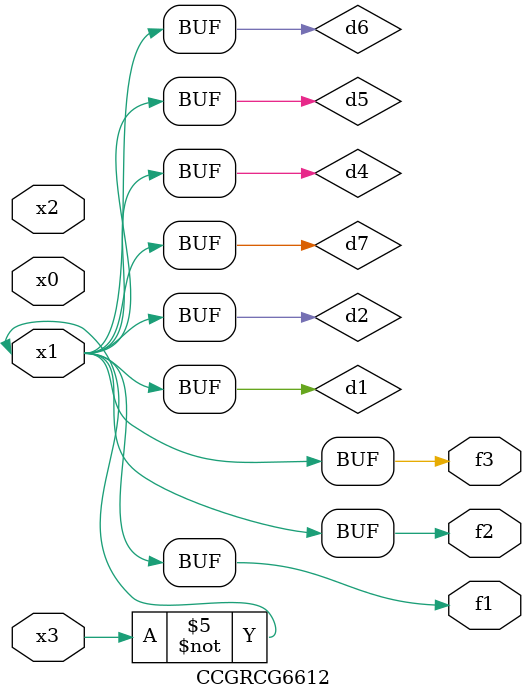
<source format=v>
module CCGRCG6612(
	input x0, x1, x2, x3,
	output f1, f2, f3
);

	wire d1, d2, d3, d4, d5, d6, d7;

	not (d1, x3);
	buf (d2, x1);
	xnor (d3, d1, d2);
	nor (d4, d1);
	buf (d5, d1, d2);
	buf (d6, d4, d5);
	nand (d7, d4);
	assign f1 = d6;
	assign f2 = d7;
	assign f3 = d6;
endmodule

</source>
